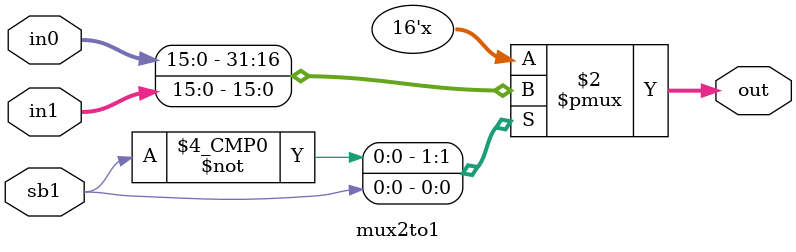
<source format=sv>
module mux2to1(input logic 	[15:0]	in0, in1,
					input logic 			 	sb1,
					output logic 	[15:0] 	out);
					
					
					always_comb
					begin
							case(sb1)
								1'b0	:	out = in0;
								1'b1	:	out = in1; 
								default: out = in0; 
							endcase
					end
endmodule

</source>
